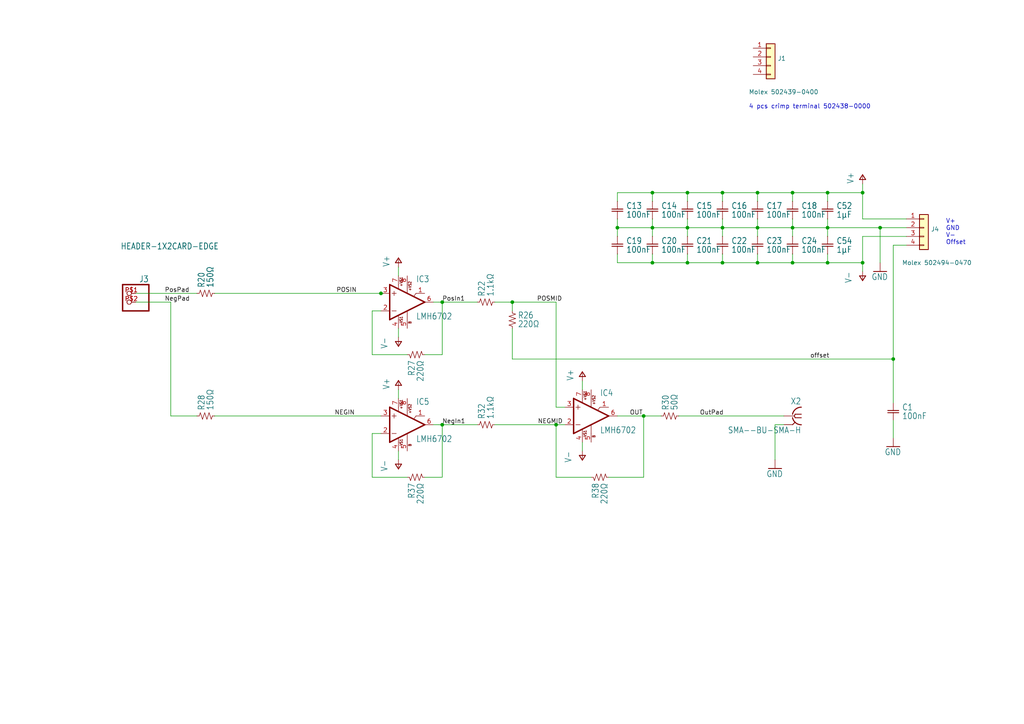
<source format=kicad_sch>
(kicad_sch (version 20231120) (generator "eeschema") (generator_version "8.0")
  (paper "A4")
  (title_block (date "2022-08-12"))
  (lib_symbols
    (symbol "Connector_Generic:Conn_01x04" (pin_names (offset 1.016) hide)
      (property "Reference" "J" (at 0 5.08 0))
      (property "Value" "Conn_01x04" (at 0 -7.62 0))
      (symbol "Conn_01x04_1_1"
        (rectangle (start -1.27 -4.953) (end 0 -5.207) (stroke (width 0.1524)))
        (rectangle (start -1.27 -2.413) (end 0 -2.667) (stroke (width 0.1524)))
        (rectangle (start -1.27 0.127) (end 0 -0.127) (stroke (width 0.1524)))
        (rectangle (start -1.27 2.667) (end 0 2.413) (stroke (width 0.1524)))
        (rectangle (start -1.27 3.81) (end 1.27 -6.35) (stroke (width 0.254)) (fill (type background)))
        (pin passive line (at -5.08 2.54 0) (length 3.81) (name "Pin_1") (number "1"))
        (pin passive line (at -5.08 0 0) (length 3.81) (name "Pin_2") (number "2"))
        (pin passive line (at -5.08 -2.54 0) (length 3.81) (name "Pin_3") (number "3"))
        (pin passive line (at -5.08 -5.08 0) (length 3.81) (name "Pin_4") (number "4"))
      )
    )
    (symbol "diff-probe-eagle-import:C-EU-0402-SQUARE"
      (property "Reference" "C" (at 2.54 1.27 0))
      (property "Value" "C-EU-0402-SQUARE" (at 2.54 -1.27 0))
      (symbol "C-EU-0402-SQUARE_1_0"
        (polyline (pts (xy -1.5875 -0.3175) (xy 0 -0.3175)) (stroke (width 0.254)))
        (polyline (pts (xy -1.5875 0.3175) (xy 0 0.3175)) (stroke (width 0.254)))
        (polyline (pts (xy 0 -0.3175) (xy 0 -2.54)) (stroke (width 0.1524)))
        (polyline (pts (xy 0 -0.3175) (xy 1.5875 -0.3175)) (stroke (width 0.254)))
        (polyline (pts (xy 0 0.3175) (xy 1.5875 0.3175)) (stroke (width 0.254)))
        (polyline (pts (xy 0 2.54) (xy 0 0.3175)) (stroke (width 0.1524)))
        (pin passive line (at 0 2.54 270) (length 0) (name "1") (number "P$1"))
        (pin passive line (at 0 -2.54 90) (length 0) (name "2") (number "P$2"))
      )
    )
    (symbol "diff-probe-eagle-import:C-EU-0603"
      (property "Reference" "C" (at 2.54 1.27 0))
      (property "Value" "C-EU-0603" (at 2.54 -1.27 0))
      (symbol "C-EU-0603_1_0"
        (polyline (pts (xy -1.5875 -0.3175) (xy 0 -0.3175)) (stroke (width 0.254)))
        (polyline (pts (xy -1.5875 0.3175) (xy 0 0.3175)) (stroke (width 0.254)))
        (polyline (pts (xy 0 -0.3175) (xy 0 -2.54)) (stroke (width 0.1524)))
        (polyline (pts (xy 0 -0.3175) (xy 1.5875 -0.3175)) (stroke (width 0.254)))
        (polyline (pts (xy 0 0.3175) (xy 1.5875 0.3175)) (stroke (width 0.254)))
        (polyline (pts (xy 0 2.54) (xy 0 0.3175)) (stroke (width 0.1524)))
        (pin passive line (at 0 2.54 270) (length 0) (name "1") (number "1"))
        (pin passive line (at 0 -2.54 90) (length 0) (name "2") (number "2"))
      )
    )
    (symbol "diff-probe-eagle-import:GND" (power)
      (property "Value" "GND" (at -2.54 -2.54 0))
      (symbol "GND_1_0"
        (polyline (pts (xy -1.905 0) (xy 1.905 0)) (stroke (width 0.254)))
        (pin power_in line (at 0 2.54 270) (length 2.54) (name "GND") (number "1"))
      )
    )
    (symbol "diff-probe-eagle-import:HEADER-1X2CARD-EDGE"
      (property "Reference" "J" (at -3.81 0.635 0))
      (property "Value" "HEADER-1X2CARD-EDGE" (at -3.81 -10.16 0))
      (symbol "HEADER-1X2CARD-EDGE_1_0"
        (polyline (pts (xy -3.81 -7.62) (xy 3.81 -7.62)) (stroke (width 0.4064)))
        (polyline (pts (xy -3.81 0) (xy -3.81 -7.62)) (stroke (width 0.4064)))
        (polyline (pts (xy 3.81 -7.62) (xy 3.81 0)) (stroke (width 0.4064)))
        (polyline (pts (xy 3.81 0) (xy -3.81 0)) (stroke (width 0.4064)))
        (pin passive inverted (at 0 -2.54 0) (length 2.54) (name "1") (number "P$1"))
        (pin passive inverted (at 0 -5.08 0) (length 2.54) (name "2") (number "P$2"))
      )
    )
    (symbol "diff-probe-eagle-import:OP-AMP-8-TI"
      (property "Reference" "IC" (at 2.54 5.715 0))
      (property "Value" "OP-AMP-8-TI" (at 2.54 -5.08 0))
      (symbol "OP-AMP-8-TI_1_0"
        (polyline (pts (xy -5.08 -5.08) (xy 5.08 0)) (stroke (width 0.4064)))
        (polyline (pts (xy -5.08 5.08) (xy -5.08 -5.08)) (stroke (width 0.4064)))
        (polyline (pts (xy -4.445 -2.54) (xy -3.175 -2.54)) (stroke (width 0.1524)))
        (polyline (pts (xy -4.445 2.54) (xy -3.175 2.54)) (stroke (width 0.1524)))
        (polyline (pts (xy -3.81 3.175) (xy -3.81 1.905)) (stroke (width 0.1524)))
        (polyline (pts (xy -2.54 -3.9116) (xy -2.54 -5.08)) (stroke (width 0.1524)))
        (polyline (pts (xy -2.54 5.08) (xy -2.54 3.8862)) (stroke (width 0.1524)))
        (polyline (pts (xy 0 -2.6162) (xy 0 -5.08)) (stroke (width 0.1524)))
        (polyline (pts (xy 0 5.0546) (xy 0 2.6162)) (stroke (width 0.1524)))
        (polyline (pts (xy 2.54 2.54) (xy 1.905 1.651)) (stroke (width 0.1524)))
        (polyline (pts (xy 5.08 0) (xy -5.08 5.08)) (stroke (width 0.4064)))
        (text "+VS1" (at -1.27 4.445 900) (effects (font (size 0.8128 0.6908)) (justify left bottom)))
        (text "+VS2" (at 1.27 3.175 900) (effects (font (size 0.8128 0.6908)) (justify left bottom)))
        (text "-VS1" (at -1.27 -6.985 900) (effects (font (size 0.8128 0.6908)) (justify left bottom)))
        (text "B" (at 1.27 -6.35 900) (effects (font (size 0.8128 0.6908)) (justify left bottom)))
        (pin bidirectional line (at 5.08 2.54 180) (length 2.54) (name "C") (number "1"))
        (pin input line (at -7.62 -2.54 0) (length 2.54) (name "-IN") (number "2"))
        (pin input line (at -7.62 2.54 0) (length 2.54) (name "+IN") (number "3"))
        (pin power_in line (at -2.54 -7.62 90) (length 2.54) (name "-VS1") (number "4"))
        (pin bidirectional line (at 0 -7.62 90) (length 2.54) (name "-VS2") (number "5"))
        (pin output line (at 7.62 0 180) (length 2.54) (name "OUT") (number "6"))
        (pin power_in line (at -2.54 7.62 270) (length 2.54) (name "+VS1") (number "7"))
        (pin bidirectional line (at 0 7.62 270) (length 2.54) (name "A") (number "8"))
      )
    )
    (symbol "diff-probe-eagle-import:R-US-0402-SQUARE"
      (property "Reference" "R" (at 1.5875 1.27 0))
      (property "Value" "R-US-0402-SQUARE" (at 1.5875 -1.27 0))
      (symbol "R-US-0402-SQUARE_1_0"
        (polyline (pts (xy -0.9525 -1.5875) (xy 0 -1.905)) (stroke (width 0.1524)))
        (polyline (pts (xy -0.9525 -0.3175) (xy 0.9525 -0.9525)) (stroke (width 0.1524)))
        (polyline (pts (xy -0.9525 0.9525) (xy 0.9525 0.3175)) (stroke (width 0.1524)))
        (polyline (pts (xy 0 -1.905) (xy 0 -2.54)) (stroke (width 0.1524)))
        (polyline (pts (xy 0 1.905) (xy 0.9525 1.5875)) (stroke (width 0.1524)))
        (polyline (pts (xy 0 2.54) (xy 0 1.905)) (stroke (width 0.1524)))
        (polyline (pts (xy 0.9525 -0.9525) (xy -0.9525 -1.5875)) (stroke (width 0.1524)))
        (polyline (pts (xy 0.9525 0.3175) (xy -0.9525 -0.3175)) (stroke (width 0.1524)))
        (polyline (pts (xy 0.9525 1.5875) (xy -0.9525 0.9525)) (stroke (width 0.1524)))
        (pin passive line (at 0 2.54 270) (length 0) (name "1") (number "P$1"))
        (pin passive line (at 0 -2.54 90) (length 0) (name "2") (number "P$2"))
      )
    )
    (symbol "diff-probe-eagle-import:SMA--BU-SMA-H"
      (property "Reference" "J" (at -2.54 3.302 0))
      (property "Value" "SMA--BU-SMA-H" (at -2.54 -5.08 0))
      (symbol "SMA--BU-SMA-H_1_0"
        (arc (start -2.54 -2.54) (mid -0.9022 -1.9838) (end 0 -0.508) (stroke (width 0.3048)))
        (polyline (pts (xy -2.54 0.508) (xy -0.762 0.508)) (stroke (width 0.254)))
        (polyline (pts (xy -0.762 -0.508) (xy -2.54 -0.508)) (stroke (width 0.254)))
        (polyline (pts (xy -0.762 0.508) (xy -0.508 0)) (stroke (width 0.254)))
        (polyline (pts (xy -0.508 0) (xy -0.762 -0.508)) (stroke (width 0.254)))
        (polyline (pts (xy 0 -2.54) (xy -0.762 -1.778)) (stroke (width 0.254)))
        (polyline (pts (xy 0 0) (xy -0.508 0)) (stroke (width 0.1524)))
        (arc (start 0 0.508) (mid -0.9022 1.9838) (end -2.54 2.54) (stroke (width 0.3048)))
        (pin passive line (at 2.54 0 180) (length 2.54) (name "1") (number "1"))
        (pin passive line (at 2.54 -2.54 180) (length 2.54) (name "2") (number "2"))
        (pin passive line (at 2.54 -2.54 180) (length 2.54) (name "2") (number "3"))
        (pin passive line (at 2.54 -2.54 180) (length 2.54) (name "2") (number "4"))
        (pin passive line (at 2.54 -2.54 180) (length 2.54) (name "2") (number "5"))
      )
    )
    (symbol "diff-probe-eagle-import:V+" (power)
      (property "Value" "V+" (at -2.54 -2.54 90))
      (symbol "V+_1_0"
        (polyline (pts (xy -0.889 -1.27) (xy 0.889 -1.27)) (stroke (width 0.254)))
        (polyline (pts (xy 0 0.127) (xy -0.889 -1.27)) (stroke (width 0.254)))
        (polyline (pts (xy 0.889 -1.27) (xy 0 0.127)) (stroke (width 0.254)))
        (pin power_in line (at 0 -2.54 90) (length 2.54) (name "V+") (number "1"))
      )
    )
    (symbol "diff-probe-eagle-import:V-" (power)
      (property "Value" "V-" (at -5.08 2.54 90))
      (symbol "V-_1_0"
        (polyline (pts (xy -0.889 1.27) (xy 0 -0.127)) (stroke (width 0.254)))
        (polyline (pts (xy -0.889 1.27) (xy 0.889 1.27)) (stroke (width 0.254)))
        (polyline (pts (xy 0 -0.127) (xy 0.889 1.27)) (stroke (width 0.254)))
        (pin power_in line (at 0 2.54 270) (length 2.54) (name "V-") (number "1"))
      )
    )
  )
  (junction (at 240.03 55.88))
  (junction (at 148.59 87.63))
  (junction (at 250.19 76.2))
  (junction (at 229.87 55.88))
  (junction (at 219.71 66.04))
  (junction (at 189.23 55.88))
  (junction (at 240.03 76.2))
  (junction (at 250.19 55.88))
  (junction (at 128.27 123.19))
  (junction (at 229.87 76.2))
  (junction (at 128.27 87.63))
  (junction (at 161.29 123.19))
  (junction (at 189.23 76.2))
  (junction (at 110.49 85.09))
  (junction (at 219.71 76.2))
  (junction (at 199.39 66.04))
  (junction (at 219.71 55.88))
  (junction (at 199.39 55.88))
  (junction (at 179.07 66.04))
  (junction (at 240.03 66.04))
  (junction (at 189.23 66.04))
  (junction (at 209.55 76.2))
  (junction (at 255.27 66.04))
  (junction (at 209.55 55.88))
  (junction (at 209.55 66.04))
  (junction (at 186.69 120.65))
  (junction (at 229.87 66.04))
  (junction (at 199.39 76.2))
  (junction (at 259.08 104.14))
  (wire (pts (xy 189.23 66.04) (xy 189.23 63.5)))
  (wire (pts (xy 143.51 123.19) (xy 161.29 123.19)))
  (wire (pts (xy 219.71 66.04) (xy 219.71 63.5)))
  (wire (pts (xy 115.57 130.81) (xy 115.57 133.35)))
  (wire (pts (xy 115.57 115.57) (xy 115.57 113.03)))
  (wire (pts (xy 250.19 55.88) (xy 250.19 53.34)))
  (wire (pts (xy 199.39 68.58) (xy 199.39 66.04)))
  (wire (pts (xy 240.03 58.42) (xy 240.03 55.88)))
  (wire (pts (xy 176.53 138.43) (xy 186.69 138.43)))
  (wire (pts (xy 224.79 133.35) (xy 224.79 123.19)))
  (wire (pts (xy 250.19 78.74) (xy 250.19 76.2)))
  (wire (pts (xy 49.53 120.65) (xy 57.15 120.65)))
  (wire (pts (xy 199.39 66.04) (xy 209.55 66.04)))
  (wire (pts (xy 262.89 63.5) (xy 250.19 63.5)))
  (wire (pts (xy 125.73 87.63) (xy 128.27 87.63)))
  (wire (pts (xy 138.43 123.19) (xy 128.27 123.19)))
  (wire (pts (xy 39.37 87.63) (xy 49.53 87.63)))
  (wire (pts (xy 128.27 123.19) (xy 125.73 123.19)))
  (wire (pts (xy 110.49 85.09) (xy 111.125 85.09)))
  (wire (pts (xy 189.23 58.42) (xy 189.23 55.88)))
  (wire (pts (xy 161.29 138.43) (xy 161.29 123.19)))
  (wire (pts (xy 179.07 68.58) (xy 179.07 66.04)))
  (wire (pts (xy 179.07 55.88) (xy 189.23 55.88)))
  (wire (pts (xy 219.71 66.04) (xy 229.87 66.04)))
  (wire (pts (xy 224.79 123.19) (xy 227.33 123.19)))
  (wire (pts (xy 229.87 58.42) (xy 229.87 55.88)))
  (wire (pts (xy 259.08 71.12) (xy 259.08 104.14)))
  (wire (pts (xy 123.19 138.43) (xy 128.27 138.43)))
  (wire (pts (xy 229.87 66.04) (xy 240.03 66.04)))
  (wire (pts (xy 255.27 66.04) (xy 255.27 76.2)))
  (wire (pts (xy 199.39 76.2) (xy 209.55 76.2)))
  (wire (pts (xy 199.39 73.66) (xy 199.39 76.2)))
  (wire (pts (xy 209.55 66.04) (xy 209.55 68.58)))
  (wire (pts (xy 219.71 68.58) (xy 219.71 66.04)))
  (wire (pts (xy 123.19 102.87) (xy 128.27 102.87)))
  (wire (pts (xy 199.39 55.88) (xy 209.55 55.88)))
  (wire (pts (xy 229.87 76.2) (xy 240.03 76.2)))
  (wire (pts (xy 171.45 138.43) (xy 161.29 138.43)))
  (wire (pts (xy 209.55 66.04) (xy 219.71 66.04)))
  (wire (pts (xy 209.55 76.2) (xy 209.55 73.66)))
  (wire (pts (xy 148.59 104.14) (xy 259.08 104.14)))
  (wire (pts (xy 179.07 120.65) (xy 186.69 120.65)))
  (wire (pts (xy 62.23 120.65) (xy 110.49 120.65)))
  (wire (pts (xy 229.87 55.88) (xy 240.03 55.88)))
  (wire (pts (xy 107.95 125.73) (xy 110.49 125.73)))
  (wire (pts (xy 128.27 87.63) (xy 138.43 87.63)))
  (wire (pts (xy 179.07 58.42) (xy 179.07 55.88)))
  (wire (pts (xy 128.27 138.43) (xy 128.27 123.19)))
  (wire (pts (xy 107.95 102.87) (xy 107.95 90.17)))
  (wire (pts (xy 107.95 138.43) (xy 107.95 125.73)))
  (wire (pts (xy 240.03 63.5) (xy 240.03 66.04)))
  (wire (pts (xy 229.87 66.04) (xy 229.87 68.58)))
  (wire (pts (xy 161.29 123.19) (xy 163.83 123.19)))
  (wire (pts (xy 161.29 118.11) (xy 161.29 87.63)))
  (wire (pts (xy 219.71 76.2) (xy 229.87 76.2)))
  (wire (pts (xy 255.27 66.04) (xy 262.89 66.04)))
  (wire (pts (xy 49.53 87.63) (xy 49.53 120.65)))
  (wire (pts (xy 196.85 120.65) (xy 227.33 120.65)))
  (wire (pts (xy 240.03 66.04) (xy 255.27 66.04)))
  (wire (pts (xy 240.03 55.88) (xy 250.19 55.88)))
  (wire (pts (xy 62.23 85.09) (xy 110.49 85.09)))
  (wire (pts (xy 209.55 58.42) (xy 209.55 55.88)))
  (wire (pts (xy 115.57 80.01) (xy 115.57 77.47)))
  (wire (pts (xy 199.39 58.42) (xy 199.39 55.88)))
  (wire (pts (xy 186.69 120.65) (xy 191.77 120.65)))
  (wire (pts (xy 219.71 76.2) (xy 209.55 76.2)))
  (wire (pts (xy 161.29 118.11) (xy 163.83 118.11)))
  (wire (pts (xy 219.71 55.88) (xy 229.87 55.88)))
  (wire (pts (xy 189.23 55.88) (xy 199.39 55.88)))
  (wire (pts (xy 161.29 87.63) (xy 148.59 87.63)))
  (wire (pts (xy 118.11 138.43) (xy 107.95 138.43)))
  (wire (pts (xy 262.89 71.12) (xy 259.08 71.12)))
  (wire (pts (xy 240.03 68.58) (xy 240.03 66.04)))
  (wire (pts (xy 229.87 76.2) (xy 229.87 73.66)))
  (wire (pts (xy 240.03 76.2) (xy 250.19 76.2)))
  (wire (pts (xy 148.59 87.63) (xy 143.51 87.63)))
  (wire (pts (xy 179.07 66.04) (xy 179.07 63.5)))
  (wire (pts (xy 168.91 113.03) (xy 168.91 110.49)))
  (wire (pts (xy 189.23 76.2) (xy 189.23 73.66)))
  (wire (pts (xy 148.59 95.25) (xy 148.59 104.14)))
  (wire (pts (xy 179.07 66.04) (xy 189.23 66.04)))
  (wire (pts (xy 229.87 66.04) (xy 229.87 63.5)))
  (wire (pts (xy 259.08 121.92) (xy 259.08 127)))
  (wire (pts (xy 250.19 68.58) (xy 262.89 68.58)))
  (wire (pts (xy 240.03 73.66) (xy 240.03 76.2)))
  (wire (pts (xy 259.08 104.14) (xy 259.08 116.84)))
  (wire (pts (xy 189.23 66.04) (xy 189.23 68.58)))
  (wire (pts (xy 250.19 63.5) (xy 250.19 55.88)))
  (wire (pts (xy 186.69 138.43) (xy 186.69 120.65)))
  (wire (pts (xy 209.55 55.88) (xy 219.71 55.88)))
  (wire (pts (xy 199.39 76.2) (xy 189.23 76.2)))
  (wire (pts (xy 39.37 85.09) (xy 57.15 85.09)))
  (wire (pts (xy 148.59 90.17) (xy 148.59 87.63)))
  (wire (pts (xy 219.71 73.66) (xy 219.71 76.2)))
  (wire (pts (xy 118.11 102.87) (xy 107.95 102.87)))
  (wire (pts (xy 250.19 76.2) (xy 250.19 68.58)))
  (wire (pts (xy 189.23 66.04) (xy 199.39 66.04)))
  (wire (pts (xy 179.07 73.66) (xy 179.07 76.2)))
  (wire (pts (xy 115.57 95.25) (xy 115.57 97.79)))
  (wire (pts (xy 199.39 66.04) (xy 199.39 63.5)))
  (wire (pts (xy 168.91 128.27) (xy 168.91 130.81)))
  (wire (pts (xy 107.95 90.17) (xy 110.49 90.17)))
  (wire (pts (xy 128.27 102.87) (xy 128.27 87.63)))
  (wire (pts (xy 209.55 66.04) (xy 209.55 63.5)))
  (wire (pts (xy 179.07 76.2) (xy 189.23 76.2)))
  (wire (pts (xy 219.71 58.42) (xy 219.71 55.88)))
  (text "V+\nGND\nV-\nOffset" (at 274.32 71.12 0) (effects (font (size 1.27 1.27)) (justify left bottom)))
  (text "4 pcs crimp terminal 502438-0000" (at 217.17 31.75 0) (effects (font (size 1.27 1.27)) (justify left bottom)))
  (label "POSMID" (at 155.702 87.63 0))
  (label "NEGIN" (at 97.028 120.65 0))
  (label "offset" (at 234.95 104.14 0))
  (label "OutPad" (at 202.946 120.65 0))
  (label "OUT" (at 182.626 120.65 0))
  (label "PosIn1" (at 128.27 87.63 0))
  (label "NegPad" (at 47.752 87.63 0))
  (label "POSIN" (at 97.536 85.09 0))
  (label "NegIn1" (at 128.27 123.19 0))
  (label "PosPad" (at 47.752 85.09 0))
  (label "NEGMID" (at 155.956 123.19 0))
  (symbol (lib_id "Connector_Generic:Conn_01x04") (at 223.52 16.51 0) (unit 1) (on_board no)
    (property "Reference" "J1" (at 225.552 16.9453 0) (effects (justify left)))
    (property "Value" "Molex 502439-0400" (at 217.17 26.67 0) (effects (justify left)))
    (property "Datasheet" "https://www.molex.com/molex/products/part-detail/crimp_housings/5024390400" (effects (hide yes)))
  )
  (symbol (lib_id "diff-probe-eagle-import:R-US-0402-SQUARE") (at 140.97 123.19 90) (unit 1)
    (property "Reference" "R32" (at 139.7 121.6025 0) (effects (font (size 1.778 1.5113)) (justify left)))
    (property "Value" "1.1kΩ" (at 142.24 121.6025 0) (effects (font (size 1.778 1.5113)) (justify left)))
    (property "Footprint" "0402-SQUARE" (effects (hide yes)))
    (property "Datasheet" "https://pl.rs-online.com/web/p/rezystory-do-montazu-powierzchniowego/1987678" (effects (hide yes)))
    (property "LCSC" "C25860" (effects (hide yes)))
  )
  (symbol (lib_id "diff-probe-eagle-import:C-EU-0603") (at 240.03 60.96 0) (unit 1)
    (property "Reference" "C52" (at 242.57 59.69 0) (effects (font (size 1.778 1.5113)) (justify left)))
    (property "Value" "1µF" (at 242.57 62.23 0) (effects (font (size 1.778 1.5113)) (justify left)))
    (property "Footprint" "0603" (effects (hide yes)))
    (property "LCSC" "C52923" (effects (hide yes)))
  )
  (symbol (lib_id "diff-probe-eagle-import:V-") (at 168.91 133.35 0) (unit 1)
    (property "Reference" "#P-06" (effects (hide yes)))
    (property "Value" "V-" (at 163.83 130.81 90) (effects (font (size 1.778 1.5113)) (justify right top)))
  )
  (symbol (lib_id "diff-probe-eagle-import:C-EU-0402-SQUARE") (at 219.71 71.12 0) (unit 1)
    (property "Reference" "C23" (at 222.25 69.85 0) (effects (font (size 1.778 1.5113)) (justify left)))
    (property "Value" "100nF" (at 222.25 72.39 0) (effects (font (size 1.778 1.5113)) (justify left)))
    (property "Footprint" "0402-SQUARE" (effects (hide yes)))
    (property "Datasheet" "https://pl.rs-online.com/web/p/wielowarstwowe-kondensatory-ceramiczne/6983197" (effects (hide yes)))
    (property "LCSC" "C15195" (effects (hide yes)))
  )
  (symbol (lib_id "diff-probe-eagle-import:C-EU-0402-SQUARE") (at 229.87 60.96 0) (unit 1)
    (property "Reference" "C18" (at 232.41 59.69 0) (effects (font (size 1.778 1.5113)) (justify left)))
    (property "Value" "100nF" (at 232.41 62.23 0) (effects (font (size 1.778 1.5113)) (justify left)))
    (property "Footprint" "0402-SQUARE" (effects (hide yes)))
    (property "Datasheet" "https://pl.rs-online.com/web/p/wielowarstwowe-kondensatory-ceramiczne/6983197" (effects (hide yes)))
    (property "LCSC" "C15195" (effects (hide yes)))
  )
  (symbol (lib_id "diff-probe-eagle-import:C-EU-0402-SQUARE") (at 189.23 71.12 0) (unit 1)
    (property "Reference" "C20" (at 191.77 69.85 0) (effects (font (size 1.778 1.5113)) (justify left)))
    (property "Value" "100nF" (at 191.77 72.39 0) (effects (font (size 1.778 1.5113)) (justify left)))
    (property "Footprint" "0402-SQUARE" (effects (hide yes)))
    (property "Datasheet" "https://pl.rs-online.com/web/p/wielowarstwowe-kondensatory-ceramiczne/6983197" (effects (hide yes)))
    (property "LCSC" "C15195" (effects (hide yes)))
  )
  (symbol (lib_id "diff-probe-eagle-import:R-US-0402-SQUARE") (at 140.97 87.63 90) (unit 1)
    (property "Reference" "R22" (at 139.7 86.0425 0) (effects (font (size 1.778 1.5113)) (justify left)))
    (property "Value" "1.1kΩ" (at 142.24 86.0425 0) (effects (font (size 1.778 1.5113)) (justify left)))
    (property "Footprint" "0402-SQUARE" (effects (hide yes)))
    (property "Datasheet" "https://pl.rs-online.com/web/p/rezystory-do-montazu-powierzchniowego/1987678" (effects (hide yes)))
    (property "LCSC" "C25860" (effects (hide yes)))
  )
  (symbol (lib_id "diff-probe-eagle-import:V+") (at 250.19 50.8 0) (unit 1)
    (property "Reference" "#P+05" (effects (hide yes)))
    (property "Value" "V+" (at 247.65 53.34 90) (effects (font (size 1.778 1.5113)) (justify left bottom)))
  )
  (symbol (lib_id "diff-probe-eagle-import:OP-AMP-8-TI") (at 171.45 120.65 0) (unit 1)
    (property "Reference" "IC4" (at 173.99 114.935 0) (effects (font (size 1.778 1.5113)) (justify left bottom)))
    (property "Value" "LMH6702" (at 173.99 125.73 0) (effects (font (size 1.778 1.5113)) (justify left bottom)))
    (property "Footprint" "SO08" (effects (hide yes)))
    (property "Datasheet" "https://www.ti.com/lit/ds/symlink/lmh6723.pdf?ts=1660642782374&ref_url=https%253A%252F%252Fwww.ti.com%252Fproduct%252FLMH6723%252Fpart-details%252FLMH6723MA%252FNOPB" (effects (hide yes)))
    (property "Sim.Library" "LMH6723.LIB" (effects (hide yes)))
    (property "Sim.Name" "LMH6723" (effects (hide yes)))
    (property "Sim.Pins" "1=3 2=4 3=5 4=2 5=1" (effects (hide yes)))
  )
  (symbol (lib_id "diff-probe-eagle-import:R-US-0402-SQUARE") (at 173.99 138.43 90) (mirror x) (unit 1)
    (property "Reference" "R38" (at 172.72 140.0175 0) (effects (font (size 1.778 1.5113)) (justify left)))
    (property "Value" "220Ω" (at 175.26 140.0175 0) (effects (font (size 1.778 1.5113)) (justify left)))
    (property "Footprint" "0402-SQUARE" (effects (hide yes)))
    (property "LCSC" "C25091" (effects (hide yes)))
  )
  (symbol (lib_id "diff-probe-eagle-import:V-") (at 115.57 100.33 0) (unit 1)
    (property "Reference" "#P-04" (effects (hide yes)))
    (property "Value" "V-" (at 110.49 97.79 90) (effects (font (size 1.778 1.5113)) (justify right top)))
  )
  (symbol (lib_id "diff-probe-eagle-import:V+") (at 168.91 107.95 0) (unit 1)
    (property "Reference" "#P+06" (effects (hide yes)))
    (property "Value" "V+" (at 166.37 110.49 90) (effects (font (size 1.778 1.5113)) (justify left bottom)))
  )
  (symbol (lib_id "diff-probe-eagle-import:C-EU-0402-SQUARE") (at 229.87 71.12 0) (unit 1)
    (property "Reference" "C24" (at 232.41 69.85 0) (effects (font (size 1.778 1.5113)) (justify left)))
    (property "Value" "100nF" (at 232.41 72.39 0) (effects (font (size 1.778 1.5113)) (justify left)))
    (property "Footprint" "0402-SQUARE" (effects (hide yes)))
    (property "Datasheet" "https://pl.rs-online.com/web/p/wielowarstwowe-kondensatory-ceramiczne/6983197" (effects (hide yes)))
    (property "LCSC" "C15195" (effects (hide yes)))
  )
  (symbol (lib_id "diff-probe-eagle-import:C-EU-0402-SQUARE") (at 189.23 60.96 0) (unit 1)
    (property "Reference" "C14" (at 191.77 59.69 0) (effects (font (size 1.778 1.5113)) (justify left)))
    (property "Value" "100nF" (at 191.77 62.23 0) (effects (font (size 1.778 1.5113)) (justify left)))
    (property "Footprint" "0402-SQUARE" (effects (hide yes)))
    (property "Datasheet" "https://pl.rs-online.com/web/p/wielowarstwowe-kondensatory-ceramiczne/6983197" (effects (hide yes)))
    (property "LCSC" "C15195" (effects (hide yes)))
  )
  (symbol (lib_id "diff-probe-eagle-import:GND") (at 259.08 129.54 0) (unit 1)
    (property "Reference" "#GND01" (effects (hide yes)))
    (property "Value" "GND" (at 256.54 132.08 0) (effects (font (size 1.778 1.5113)) (justify left bottom)))
  )
  (symbol (lib_id "diff-probe-eagle-import:R-US-0402-SQUARE") (at 59.69 120.65 90) (unit 1)
    (property "Reference" "R28" (at 58.42 119.0625 0) (effects (font (size 1.778 1.5113)) (justify left)))
    (property "Value" "150Ω" (at 60.96 119.0625 0) (effects (font (size 1.778 1.5113)) (justify left)))
    (property "Footprint" "0402-SQUARE" (effects (hide yes)))
    (property "Datasheet" "https://pl.rs-online.com/web/p/rezystory-do-montazu-powierzchniowego/6317893" (effects (hide yes)))
    (property "LCSC" "C25082" (effects (hide yes)))
  )
  (symbol (lib_id "Connector_Generic:Conn_01x04") (at 267.97 66.04 0) (unit 1)
    (property "Reference" "J4" (at 270.002 66.4753 0) (effects (justify left)))
    (property "Value" "Molex 502494-0470" (at 261.62 76.2 0) (effects (justify left)))
    (property "Footprint" "Connector_Molex:Molex_CLIK-Mate_502494-0470_1x04-1MP_P2.00mm_Horizontal" (effects (hide yes)))
    (property "Datasheet" "https://www.molex.com/molex/products/part-detail/pcb_receptacles/5024940470" (effects (hide yes)))
  )
  (symbol (lib_id "diff-probe-eagle-import:C-EU-0402-SQUARE") (at 179.07 60.96 0) (unit 1)
    (property "Reference" "C13" (at 181.61 59.69 0) (effects (font (size 1.778 1.5113)) (justify left)))
    (property "Value" "100nF" (at 181.61 62.23 0) (effects (font (size 1.778 1.5113)) (justify left)))
    (property "Footprint" "0402-SQUARE" (effects (hide yes)))
    (property "Datasheet" "https://pl.rs-online.com/web/p/wielowarstwowe-kondensatory-ceramiczne/6983197" (effects (hide yes)))
    (property "LCSC" "C15195" (effects (hide yes)))
  )
  (symbol (lib_id "diff-probe-eagle-import:HEADER-1X2CARD-EDGE") (at 39.37 82.55 0) (mirror y) (unit 1)
    (property "Reference" "J3" (at 43.18 81.915 0) (effects (font (size 1.778 1.5113)) (justify left bottom)))
    (property "Value" "HEADER-1X2CARD-EDGE" (at 63.5 72.39 0) (effects (font (size 1.778 1.5113)) (justify left bottom)))
    (property "Footprint" "CARD_EDGE_PADS-1X2" (effects (hide yes)))
  )
  (symbol (lib_id "diff-probe-eagle-import:C-EU-0402-SQUARE") (at 199.39 71.12 0) (unit 1)
    (property "Reference" "C21" (at 201.93 69.85 0) (effects (font (size 1.778 1.5113)) (justify left)))
    (property "Value" "100nF" (at 201.93 72.39 0) (effects (font (size 1.778 1.5113)) (justify left)))
    (property "Footprint" "0402-SQUARE" (effects (hide yes)))
    (property "Datasheet" "https://pl.rs-online.com/web/p/wielowarstwowe-kondensatory-ceramiczne/6983197" (effects (hide yes)))
    (property "LCSC" "C15195" (effects (hide yes)))
  )
  (symbol (lib_id "diff-probe-eagle-import:V+") (at 115.57 110.49 0) (unit 1)
    (property "Reference" "#P+07" (effects (hide yes)))
    (property "Value" "V+" (at 113.03 113.03 90) (effects (font (size 1.778 1.5113)) (justify left bottom)))
  )
  (symbol (lib_id "diff-probe-eagle-import:C-EU-0402-SQUARE") (at 209.55 60.96 0) (unit 1)
    (property "Reference" "C16" (at 212.09 59.69 0) (effects (font (size 1.778 1.5113)) (justify left)))
    (property "Value" "100nF" (at 212.09 62.23 0) (effects (font (size 1.778 1.5113)) (justify left)))
    (property "Footprint" "0402-SQUARE" (effects (hide yes)))
    (property "Datasheet" "https://pl.rs-online.com/web/p/wielowarstwowe-kondensatory-ceramiczne/6983197" (effects (hide yes)))
    (property "LCSC" "C15195" (effects (hide yes)))
  )
  (symbol (lib_id "diff-probe-eagle-import:SMA--BU-SMA-H") (at 229.87 120.65 0) (mirror y) (unit 1)
    (property "Reference" "X2" (at 232.41 117.348 0) (effects (font (size 1.778 1.5113)) (justify left bottom)))
    (property "Value" "SMA--BU-SMA-H" (at 232.41 125.73 0) (effects (font (size 1.778 1.5113)) (justify left bottom)))
    (property "Footprint" "Connector_Coaxial:SMA_Molex_73251-1153_EdgeMount_Horizontal" (effects (hide yes)))
    (property "Datasheet" "https://pl.rs-online.com/web/p/zlacza-koncentryczne/7595306" (effects (hide yes)))
    (property "LCSC" "C1509230" (effects (hide yes)))
  )
  (symbol (lib_id "diff-probe-eagle-import:C-EU-0402-SQUARE") (at 219.71 60.96 0) (unit 1)
    (property "Reference" "C17" (at 222.25 59.69 0) (effects (font (size 1.778 1.5113)) (justify left)))
    (property "Value" "100nF" (at 222.25 62.23 0) (effects (font (size 1.778 1.5113)) (justify left)))
    (property "Footprint" "0402-SQUARE" (effects (hide yes)))
    (property "Datasheet" "https://pl.rs-online.com/web/p/wielowarstwowe-kondensatory-ceramiczne/6983197" (effects (hide yes)))
    (property "LCSC" "C15195" (effects (hide yes)))
  )
  (symbol (lib_id "diff-probe-eagle-import:V-") (at 115.57 135.89 0) (unit 1)
    (property "Reference" "#P-07" (effects (hide yes)))
    (property "Value" "V-" (at 110.49 133.35 90) (effects (font (size 1.778 1.5113)) (justify right top)))
  )
  (symbol (lib_id "diff-probe-eagle-import:R-US-0402-SQUARE") (at 194.31 120.65 90) (unit 1)
    (property "Reference" "R30" (at 193.04 119.0625 0) (effects (font (size 1.778 1.5113)) (justify left)))
    (property "Value" "50Ω" (at 195.58 119.0625 0) (effects (font (size 1.778 1.5113)) (justify left)))
    (property "Footprint" "0402-SQUARE" (effects (hide yes)))
    (property "Datasheet" "https://pl.rs-online.com/web/p/rezystory-do-montazu-powierzchniowego/1234326" (effects (hide yes)))
    (property "LCSC" "C477760" (effects (hide yes)))
  )
  (symbol (lib_id "diff-probe-eagle-import:C-EU-0402-SQUARE") (at 199.39 60.96 0) (unit 1)
    (property "Reference" "C15" (at 201.93 59.69 0) (effects (font (size 1.778 1.5113)) (justify left)))
    (property "Value" "100nF" (at 201.93 62.23 0) (effects (font (size 1.778 1.5113)) (justify left)))
    (property "Footprint" "0402-SQUARE" (effects (hide yes)))
    (property "Datasheet" "https://pl.rs-online.com/web/p/wielowarstwowe-kondensatory-ceramiczne/6983197" (effects (hide yes)))
    (property "LCSC" "C15195" (effects (hide yes)))
  )
  (symbol (lib_id "diff-probe-eagle-import:R-US-0402-SQUARE") (at 148.59 92.71 0) (unit 1)
    (property "Reference" "R26" (at 150.1775 91.44 0) (effects (font (size 1.778 1.5113)) (justify left)))
    (property "Value" "220Ω" (at 150.1775 93.98 0) (effects (font (size 1.778 1.5113)) (justify left)))
    (property "Footprint" "0402-SQUARE" (effects (hide yes)))
    (property "LCSC" "C25091" (effects (hide yes)))
  )
  (symbol (lib_id "diff-probe-eagle-import:V-") (at 250.19 81.28 0) (unit 1)
    (property "Reference" "#P-05" (effects (hide yes)))
    (property "Value" "V-" (at 245.11 78.74 90) (effects (font (size 1.778 1.5113)) (justify right top)))
  )
  (symbol (lib_id "diff-probe-eagle-import:C-EU-0603") (at 240.03 71.12 0) (unit 1)
    (property "Reference" "C54" (at 242.57 69.85 0) (effects (font (size 1.778 1.5113)) (justify left)))
    (property "Value" "1µF" (at 242.57 72.39 0) (effects (font (size 1.778 1.5113)) (justify left)))
    (property "Footprint" "0603" (effects (hide yes)))
    (property "LCSC" "C52923" (effects (hide yes)))
  )
  (symbol (lib_id "diff-probe-eagle-import:C-EU-0402-SQUARE") (at 259.08 119.38 0) (unit 1)
    (property "Reference" "C1" (at 261.62 118.11 0) (effects (font (size 1.778 1.5113)) (justify left)))
    (property "Value" "100nF" (at 261.62 120.65 0) (effects (font (size 1.778 1.5113)) (justify left)))
    (property "Footprint" "0402-SQUARE" (effects (hide yes)))
    (property "Datasheet" "https://pl.rs-online.com/web/p/wielowarstwowe-kondensatory-ceramiczne/6983197" (effects (hide yes)))
    (property "LCSC" "C15195" (effects (hide yes)))
  )
  (symbol (lib_id "diff-probe-eagle-import:OP-AMP-8-TI") (at 118.11 123.19 0) (unit 1)
    (property "Reference" "IC5" (at 120.65 117.475 0) (effects (font (size 1.778 1.5113)) (justify left bottom)))
    (property "Value" "LMH6702" (at 120.65 128.27 0) (effects (font (size 1.778 1.5113)) (justify left bottom)))
    (property "Footprint" "SO08" (effects (hide yes)))
    (property "Datasheet" "https://www.ti.com/lit/ds/symlink/lmh6723.pdf?ts=1660642782374&ref_url=https%253A%252F%252Fwww.ti.com%252Fproduct%252FLMH6723%252Fpart-details%252FLMH6723MA%252FNOPB" (effects (hide yes)))
    (property "Sim.Library" "LMH6723.LIB" (effects (hide yes)))
    (property "Sim.Name" "LMH6723" (effects (hide yes)))
    (property "Sim.Pins" "1=3 2=4 3=5 4=2 5=1" (effects (hide yes)))
  )
  (symbol (lib_id "diff-probe-eagle-import:GND") (at 255.27 78.74 0) (unit 1)
    (property "Reference" "#GND012" (effects (hide yes)))
    (property "Value" "GND" (at 252.73 81.28 0) (effects (font (size 1.778 1.5113)) (justify left bottom)))
  )
  (symbol (lib_id "diff-probe-eagle-import:C-EU-0402-SQUARE") (at 179.07 71.12 0) (unit 1)
    (property "Reference" "C19" (at 181.61 69.85 0) (effects (font (size 1.778 1.5113)) (justify left)))
    (property "Value" "100nF" (at 181.61 72.39 0) (effects (font (size 1.778 1.5113)) (justify left)))
    (property "Footprint" "0402-SQUARE" (effects (hide yes)))
    (property "Datasheet" "https://pl.rs-online.com/web/p/wielowarstwowe-kondensatory-ceramiczne/6983197" (effects (hide yes)))
    (property "LCSC" "C15195" (effects (hide yes)))
  )
  (symbol (lib_id "diff-probe-eagle-import:R-US-0402-SQUARE") (at 59.69 85.09 90) (unit 1)
    (property "Reference" "R20" (at 58.42 83.5025 0) (effects (font (size 1.778 1.5113)) (justify left)))
    (property "Value" "150Ω" (at 60.96 83.5025 0) (effects (font (size 1.778 1.5113)) (justify left)))
    (property "Footprint" "0402-SQUARE" (effects (hide yes)))
    (property "Datasheet" "https://pl.rs-online.com/web/p/rezystory-do-montazu-powierzchniowego/6317893" (effects (hide yes)))
    (property "LCSC" "C25082" (effects (hide yes)))
  )
  (symbol (lib_id "diff-probe-eagle-import:GND") (at 224.79 135.89 0) (unit 1)
    (property "Reference" "#GND016" (effects (hide yes)))
    (property "Value" "GND" (at 222.25 138.43 0) (effects (font (size 1.778 1.5113)) (justify left bottom)))
  )
  (symbol (lib_id "diff-probe-eagle-import:OP-AMP-8-TI") (at 118.11 87.63 0) (unit 1)
    (property "Reference" "IC3" (at 120.65 81.915 0) (effects (font (size 1.778 1.5113)) (justify left bottom)))
    (property "Value" "LMH6702" (at 120.65 92.71 0) (effects (font (size 1.778 1.5113)) (justify left bottom)))
    (property "Footprint" "SO08" (effects (hide yes)))
    (property "Datasheet" "https://www.ti.com/lit/ds/symlink/lmh6723.pdf?ts=1660642782374&ref_url=https%253A%252F%252Fwww.ti.com%252Fproduct%252FLMH6723%252Fpart-details%252FLMH6723MA%252FNOPB" (effects (hide yes)))
    (property "Sim.Library" "LMH6723.LIB" (effects (hide yes)))
    (property "Sim.Name" "LMH6723" (effects (hide yes)))
    (property "Sim.Pins" "1=3 2=4 3=5 4=2 5=1" (effects (hide yes)))
  )
  (symbol (lib_id "diff-probe-eagle-import:C-EU-0402-SQUARE") (at 209.55 71.12 0) (unit 1)
    (property "Reference" "C22" (at 212.09 69.85 0) (effects (font (size 1.778 1.5113)) (justify left)))
    (property "Value" "100nF" (at 212.09 72.39 0) (effects (font (size 1.778 1.5113)) (justify left)))
    (property "Footprint" "0402-SQUARE" (effects (hide yes)))
    (property "Datasheet" "https://pl.rs-online.com/web/p/wielowarstwowe-kondensatory-ceramiczne/6983197" (effects (hide yes)))
    (property "LCSC" "C15195" (effects (hide yes)))
  )
  (symbol (lib_id "diff-probe-eagle-import:V+") (at 115.57 74.93 0) (unit 1)
    (property "Reference" "#P+04" (effects (hide yes)))
    (property "Value" "V+" (at 113.03 77.47 90) (effects (font (size 1.778 1.5113)) (justify left bottom)))
  )
  (symbol (lib_id "diff-probe-eagle-import:R-US-0402-SQUARE") (at 120.65 138.43 90) (mirror x) (unit 1)
    (property "Reference" "R37" (at 119.38 140.0175 0) (effects (font (size 1.778 1.5113)) (justify left)))
    (property "Value" "220Ω" (at 121.92 140.0175 0) (effects (font (size 1.778 1.5113)) (justify left)))
    (property "Footprint" "0402-SQUARE" (effects (hide yes)))
    (property "LCSC" "C25091" (effects (hide yes)))
  )
  (symbol (lib_id "diff-probe-eagle-import:R-US-0402-SQUARE") (at 120.65 102.87 90) (mirror x) (unit 1)
    (property "Reference" "R27" (at 119.38 104.4575 0) (effects (font (size 1.778 1.5113)) (justify left)))
    (property "Value" "220Ω" (at 121.92 104.4575 0) (effects (font (size 1.778 1.5113)) (justify left)))
    (property "Footprint" "0402-SQUARE" (effects (hide yes)))
    (property "LCSC" "C25091" (effects (hide yes)))
  )
)
</source>
